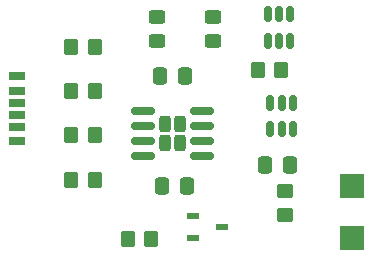
<source format=gbr>
%TF.GenerationSoftware,KiCad,Pcbnew,9.0.7-9.0.7~ubuntu24.04.1*%
%TF.CreationDate,2026-01-27T10:33:45-05:00*%
%TF.ProjectId,battery-charging-experimentation,62617474-6572-4792-9d63-68617267696e,rev?*%
%TF.SameCoordinates,Original*%
%TF.FileFunction,Paste,Top*%
%TF.FilePolarity,Positive*%
%FSLAX46Y46*%
G04 Gerber Fmt 4.6, Leading zero omitted, Abs format (unit mm)*
G04 Created by KiCad (PCBNEW 9.0.7-9.0.7~ubuntu24.04.1) date 2026-01-27 10:33:45*
%MOMM*%
%LPD*%
G01*
G04 APERTURE LIST*
G04 Aperture macros list*
%AMRoundRect*
0 Rectangle with rounded corners*
0 $1 Rounding radius*
0 $2 $3 $4 $5 $6 $7 $8 $9 X,Y pos of 4 corners*
0 Add a 4 corners polygon primitive as box body*
4,1,4,$2,$3,$4,$5,$6,$7,$8,$9,$2,$3,0*
0 Add four circle primitives for the rounded corners*
1,1,$1+$1,$2,$3*
1,1,$1+$1,$4,$5*
1,1,$1+$1,$6,$7*
1,1,$1+$1,$8,$9*
0 Add four rect primitives between the rounded corners*
20,1,$1+$1,$2,$3,$4,$5,0*
20,1,$1+$1,$4,$5,$6,$7,0*
20,1,$1+$1,$6,$7,$8,$9,0*
20,1,$1+$1,$8,$9,$2,$3,0*%
G04 Aperture macros list end*
%ADD10RoundRect,0.250000X0.350000X0.450000X-0.350000X0.450000X-0.350000X-0.450000X0.350000X-0.450000X0*%
%ADD11RoundRect,0.250000X0.337500X0.475000X-0.337500X0.475000X-0.337500X-0.475000X0.337500X-0.475000X0*%
%ADD12RoundRect,0.250000X-0.350000X-0.450000X0.350000X-0.450000X0.350000X0.450000X-0.350000X0.450000X0*%
%ADD13R,1.400000X0.800000*%
%ADD14RoundRect,0.250000X0.450000X-0.350000X0.450000X0.350000X-0.450000X0.350000X-0.450000X-0.350000X0*%
%ADD15RoundRect,0.250000X0.450000X-0.325000X0.450000X0.325000X-0.450000X0.325000X-0.450000X-0.325000X0*%
%ADD16R,1.070000X0.600000*%
%ADD17R,2.000000X2.000000*%
%ADD18RoundRect,0.150000X-0.150000X0.512500X-0.150000X-0.512500X0.150000X-0.512500X0.150000X0.512500X0*%
%ADD19RoundRect,0.250000X-0.337500X-0.475000X0.337500X-0.475000X0.337500X0.475000X-0.337500X0.475000X0*%
%ADD20RoundRect,0.250000X-0.255000X-0.440000X0.255000X-0.440000X0.255000X0.440000X-0.255000X0.440000X0*%
%ADD21RoundRect,0.150000X-0.825000X-0.150000X0.825000X-0.150000X0.825000X0.150000X-0.825000X0.150000X0*%
G04 APERTURE END LIST*
D10*
%TO.C,R5*%
X81250000Y-53750000D03*
X79250000Y-53750000D03*
%TD*%
D11*
%TO.C,C1*%
X73250000Y-63500000D03*
X71175000Y-63500000D03*
%TD*%
D10*
%TO.C,R2*%
X70250000Y-68000000D03*
X68250000Y-68000000D03*
%TD*%
D12*
%TO.C,R_PROG1*%
X63500000Y-55500000D03*
X65500000Y-55500000D03*
%TD*%
D13*
%TO.C,J1*%
X58900000Y-56500000D03*
X58900000Y-58520000D03*
X58900000Y-59750000D03*
X58900000Y-57500000D03*
X58900000Y-55480000D03*
X58900000Y-54250000D03*
%TD*%
D12*
%TO.C,R_CC2*%
X63500000Y-63000000D03*
X65500000Y-63000000D03*
%TD*%
D14*
%TO.C,R6*%
X81550000Y-66000000D03*
X81550000Y-64000000D03*
%TD*%
D15*
%TO.C,D1*%
X70750000Y-51250000D03*
X70750000Y-49200000D03*
%TD*%
D16*
%TO.C,Q2*%
X73770000Y-66050000D03*
X73770000Y-67950000D03*
X76250000Y-67000000D03*
%TD*%
D17*
%TO.C,D3*%
X87250000Y-63550000D03*
X87250000Y-67950000D03*
%TD*%
D18*
%TO.C,U2*%
X82250000Y-56475000D03*
X81300000Y-56475000D03*
X80350000Y-56475000D03*
X80350000Y-58750000D03*
X81300000Y-58750000D03*
X82250000Y-58750000D03*
%TD*%
D19*
%TO.C,C2*%
X71000000Y-54250000D03*
X73075000Y-54250000D03*
%TD*%
D10*
%TO.C,R1*%
X65500000Y-51750000D03*
X63500000Y-51750000D03*
%TD*%
D12*
%TO.C,R_CC1*%
X63500000Y-59250000D03*
X65500000Y-59250000D03*
%TD*%
D18*
%TO.C,Q1*%
X82000000Y-48975000D03*
X81050000Y-48975000D03*
X80100000Y-48975000D03*
X80100000Y-51250000D03*
X81050000Y-51250000D03*
X82000000Y-51250000D03*
%TD*%
D20*
%TO.C,U3*%
X71450000Y-58270000D03*
X71450000Y-59920000D03*
X72650000Y-58270000D03*
X72650000Y-59920000D03*
D21*
X69575000Y-57190000D03*
X69575000Y-58460000D03*
X69575000Y-59730000D03*
X69575000Y-61000000D03*
X74525000Y-61000000D03*
X74525000Y-59730000D03*
X74525000Y-58460000D03*
X74525000Y-57190000D03*
%TD*%
D11*
%TO.C,C3*%
X82000000Y-61750000D03*
X79925000Y-61750000D03*
%TD*%
D15*
%TO.C,D2*%
X75500000Y-51275000D03*
X75500000Y-49225000D03*
%TD*%
M02*

</source>
